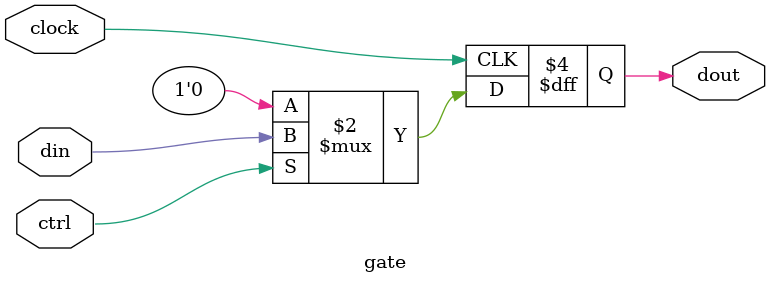
<source format=v>
module gold (input clock, ctrl, din, output reg dout);
	always @(posedge clock) begin
		if (1'b1) begin
			if (1'b0) begin end else begin
				dout <= 0;
			end
			if (ctrl)
				dout <= din;
		end
	end
endmodule

module gate (input clock, ctrl, din, output reg dout);
	always @(posedge clock) begin
		if (1'b1) begin
			if (1'b0) begin end else begin
				dout <= 0;
			end
		end
		if (ctrl)
			dout <= din;
	end
endmodule

</source>
